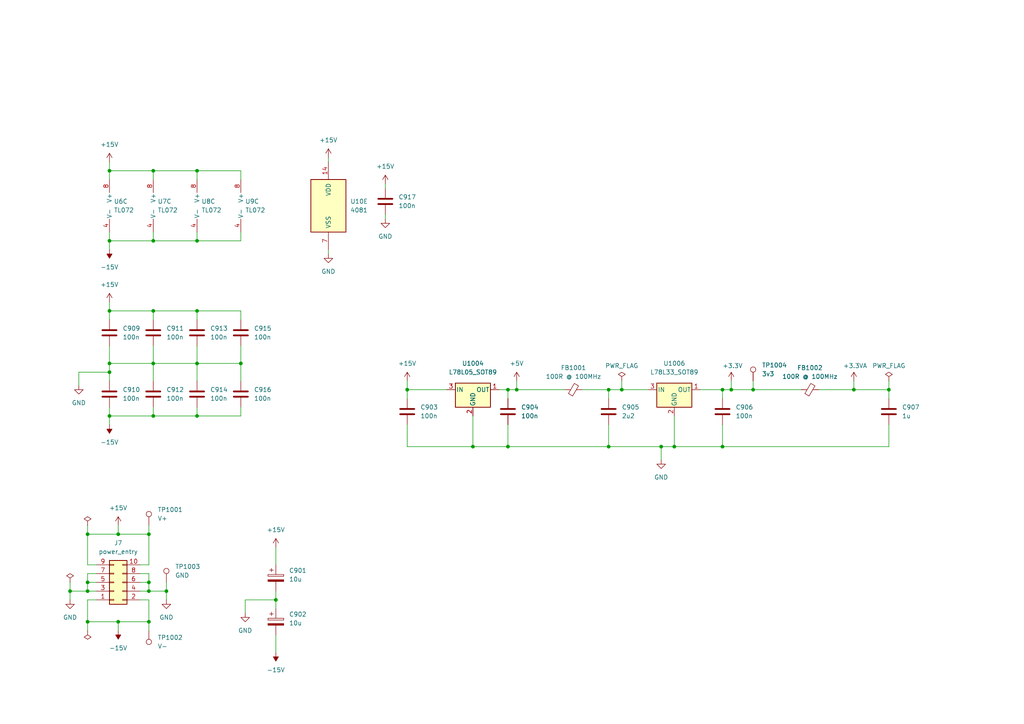
<source format=kicad_sch>
(kicad_sch (version 20230121) (generator eeschema)
  (paper "A4")
  (title_block (title "Josh Ox Ribbon Synth Ribbon board") (date "2023-03-10") (rev "1.0") (comment 1 "creativecommons.org/licences/by/4.0") (comment 2 "license: CC by 4.0") (comment 3 "Author: Jordan Aceto"))
  (lib_symbols
    (symbol "4xxx:4081" (pin_names (offset 1.016))
      (property "Reference" "U" (at 0 1.27 0))
      (property "Value" "4081" (at 0 -1.27 0))
      (symbol "4081_1_1"
        (arc (start 0 -3.81) (mid 3.7934 0) (end 0 3.81) (stroke (width 0.254)) (fill (type background)))
        (polyline (pts (xy 0 3.81) (xy -3.81 3.81) (xy -3.81 -3.81) (xy 0 -3.81)) (stroke (width 0.254)) (fill (type background)))
        (pin input line (at -7.62 2.54 0) (length 3.81) (name "~") (number "1"))
        (pin input line (at -7.62 -2.54 0) (length 3.81) (name "~") (number "2"))
        (pin output line (at 7.62 0 180) (length 3.81) (name "~") (number "3"))
      )
      (symbol "4081_1_2"
        (arc (start -3.81 -3.81) (mid -2.589 0) (end -3.81 3.81) (stroke (width 0.254)))
        (arc (start -0.6096 -3.81) (mid 2.1842 -2.5851) (end 3.81 0) (stroke (width 0.254)) (fill (type background)))
        (polyline (pts (xy -3.81 -3.81) (xy -0.635 -3.81)) (stroke (width 0.254)) (fill (type background)))
        (polyline (pts (xy -3.81 3.81) (xy -0.635 3.81)) (stroke (width 0.254)) (fill (type background)))
        (polyline (pts (xy -0.635 3.81) (xy -3.81 3.81) (xy -3.81 3.81) (xy -3.556 3.4036) (xy -3.0226 2.2606) (xy -2.6924 1.0414) (xy -2.6162 -0.254) (xy -2.7686 -1.4986) (xy -3.175 -2.7178) (xy -3.81 -3.81) (xy -3.81 -3.81) (xy -0.635 -3.81)) (stroke (width -25.4)) (fill (type background)))
        (arc (start 3.81 0) (mid 2.1915 2.5936) (end -0.6096 3.81) (stroke (width 0.254)) (fill (type background)))
        (pin input inverted (at -7.62 2.54 0) (length 4.318) (name "~") (number "1"))
        (pin input inverted (at -7.62 -2.54 0) (length 4.318) (name "~") (number "2"))
        (pin output inverted (at 7.62 0 180) (length 3.81) (name "~") (number "3"))
      )
      (symbol "4081_2_1"
        (arc (start 0 -3.81) (mid 3.7934 0) (end 0 3.81) (stroke (width 0.254)) (fill (type background)))
        (polyline (pts (xy 0 3.81) (xy -3.81 3.81) (xy -3.81 -3.81) (xy 0 -3.81)) (stroke (width 0.254)) (fill (type background)))
        (pin output line (at 7.62 0 180) (length 3.81) (name "~") (number "4"))
        (pin input line (at -7.62 2.54 0) (length 3.81) (name "~") (number "5"))
        (pin input line (at -7.62 -2.54 0) (length 3.81) (name "~") (number "6"))
      )
      (symbol "4081_2_2"
        (arc (start -3.81 -3.81) (mid -2.589 0) (end -3.81 3.81) (stroke (width 0.254)))
        (arc (start -0.6096 -3.81) (mid 2.1842 -2.5851) (end 3.81 0) (stroke (width 0.254)) (fill (type background)))
        (polyline (pts (xy -3.81 -3.81) (xy -0.635 -3.81)) (stroke (width 0.254)) (fill (type background)))
        (polyline (pts (xy -3.81 3.81) (xy -0.635 3.81)) (stroke (width 0.254)) (fill (type background)))
        (polyline (pts (xy -0.635 3.81) (xy -3.81 3.81) (xy -3.81 3.81) (xy -3.556 3.4036) (xy -3.0226 2.2606) (xy -2.6924 1.0414) (xy -2.6162 -0.254) (xy -2.7686 -1.4986) (xy -3.175 -2.7178) (xy -3.81 -3.81) (xy -3.81 -3.81) (xy -0.635 -3.81)) (stroke (width -25.4)) (fill (type background)))
        (arc (start 3.81 0) (mid 2.1915 2.5936) (end -0.6096 3.81) (stroke (width 0.254)) (fill (type background)))
        (pin output inverted (at 7.62 0 180) (length 3.81) (name "~") (number "4"))
        (pin input inverted (at -7.62 2.54 0) (length 4.318) (name "~") (number "5"))
        (pin input inverted (at -7.62 -2.54 0) (length 4.318) (name "~") (number "6"))
      )
      (symbol "4081_3_1"
        (arc (start 0 -3.81) (mid 3.7934 0) (end 0 3.81) (stroke (width 0.254)) (fill (type background)))
        (polyline (pts (xy 0 3.81) (xy -3.81 3.81) (xy -3.81 -3.81) (xy 0 -3.81)) (stroke (width 0.254)) (fill (type background)))
        (pin output line (at 7.62 0 180) (length 3.81) (name "~") (number "10"))
        (pin input line (at -7.62 2.54 0) (length 3.81) (name "~") (number "8"))
        (pin input line (at -7.62 -2.54 0) (length 3.81) (name "~") (number "9"))
      )
      (symbol "4081_3_2"
        (arc (start -3.81 -3.81) (mid -2.589 0) (end -3.81 3.81) (stroke (width 0.254)))
        (arc (start -0.6096 -3.81) (mid 2.1842 -2.5851) (end 3.81 0) (stroke (width 0.254)) (fill (type background)))
        (polyline (pts (xy -3.81 -3.81) (xy -0.635 -3.81)) (stroke (width 0.254)) (fill (type background)))
        (polyline (pts (xy -3.81 3.81) (xy -0.635 3.81)) (stroke (width 0.254)) (fill (type background)))
        (polyline (pts (xy -0.635 3.81) (xy -3.81 3.81) (xy -3.81 3.81) (xy -3.556 3.4036) (xy -3.0226 2.2606) (xy -2.6924 1.0414) (xy -2.6162 -0.254) (xy -2.7686 -1.4986) (xy -3.175 -2.7178) (xy -3.81 -3.81) (xy -3.81 -3.81) (xy -0.635 -3.81)) (stroke (width -25.4)) (fill (type background)))
        (arc (start 3.81 0) (mid 2.1915 2.5936) (end -0.6096 3.81) (stroke (width 0.254)) (fill (type background)))
        (pin output inverted (at 7.62 0 180) (length 3.81) (name "~") (number "10"))
        (pin input inverted (at -7.62 2.54 0) (length 4.318) (name "~") (number "8"))
        (pin input inverted (at -7.62 -2.54 0) (length 4.318) (name "~") (number "9"))
      )
      (symbol "4081_4_1"
        (arc (start 0 -3.81) (mid 3.7934 0) (end 0 3.81) (stroke (width 0.254)) (fill (type background)))
        (polyline (pts (xy 0 3.81) (xy -3.81 3.81) (xy -3.81 -3.81) (xy 0 -3.81)) (stroke (width 0.254)) (fill (type background)))
        (pin output line (at 7.62 0 180) (length 3.81) (name "~") (number "11"))
        (pin input line (at -7.62 2.54 0) (length 3.81) (name "~") (number "12"))
        (pin input line (at -7.62 -2.54 0) (length 3.81) (name "~") (number "13"))
      )
      (symbol "4081_4_2"
        (arc (start -3.81 -3.81) (mid -2.589 0) (end -3.81 3.81) (stroke (width 0.254)))
        (arc (start -0.6096 -3.81) (mid 2.1842 -2.5851) (end 3.81 0) (stroke (width 0.254)) (fill (type background)))
        (polyline (pts (xy -3.81 -3.81) (xy -0.635 -3.81)) (stroke (width 0.254)) (fill (type background)))
        (polyline (pts (xy -3.81 3.81) (xy -0.635 3.81)) (stroke (width 0.254)) (fill (type background)))
        (polyline (pts (xy -0.635 3.81) (xy -3.81 3.81) (xy -3.81 3.81) (xy -3.556 3.4036) (xy -3.0226 2.2606) (xy -2.6924 1.0414) (xy -2.6162 -0.254) (xy -2.7686 -1.4986) (xy -3.175 -2.7178) (xy -3.81 -3.81) (xy -3.81 -3.81) (xy -0.635 -3.81)) (stroke (width -25.4)) (fill (type background)))
        (arc (start 3.81 0) (mid 2.1915 2.5936) (end -0.6096 3.81) (stroke (width 0.254)) (fill (type background)))
        (pin output inverted (at 7.62 0 180) (length 3.81) (name "~") (number "11"))
        (pin input inverted (at -7.62 2.54 0) (length 4.318) (name "~") (number "12"))
        (pin input inverted (at -7.62 -2.54 0) (length 4.318) (name "~") (number "13"))
      )
      (symbol "4081_5_0"
        (pin power_in line (at 0 12.7 270) (length 5.08) (name "VDD") (number "14"))
        (pin power_in line (at 0 -12.7 90) (length 5.08) (name "VSS") (number "7"))
      )
      (symbol "4081_5_1"
        (rectangle (start -5.08 7.62) (end 5.08 -7.62) (stroke (width 0.254)) (fill (type background)))
      )
    )
    (symbol "Amplifier_Operational:TL072" (pin_names (offset 0.127))
      (property "Reference" "U" (at 0 5.08 0))
      (property "Value" "TL072" (at 0 -5.08 0))
      (symbol "TL072_1_1"
        (polyline (pts (xy -5.08 5.08) (xy 5.08 0) (xy -5.08 -5.08) (xy -5.08 5.08)) (stroke (width 0.254)) (fill (type background)))
        (pin output line (at 7.62 0 180) (length 2.54) (name "~") (number "1"))
        (pin input line (at -7.62 -2.54 0) (length 2.54) (name "-") (number "2"))
        (pin input line (at -7.62 2.54 0) (length 2.54) (name "+") (number "3"))
      )
      (symbol "TL072_2_1"
        (polyline (pts (xy -5.08 5.08) (xy 5.08 0) (xy -5.08 -5.08) (xy -5.08 5.08)) (stroke (width 0.254)) (fill (type background)))
        (pin input line (at -7.62 2.54 0) (length 2.54) (name "+") (number "5"))
        (pin input line (at -7.62 -2.54 0) (length 2.54) (name "-") (number "6"))
        (pin output line (at 7.62 0 180) (length 2.54) (name "~") (number "7"))
      )
      (symbol "TL072_3_1"
        (pin power_in line (at -2.54 -7.62 90) (length 3.81) (name "V-") (number "4"))
        (pin power_in line (at -2.54 7.62 270) (length 3.81) (name "V+") (number "8"))
      )
    )
    (symbol "Connector:TestPoint" (pin_numbers hide) (pin_names (offset 0.762) hide)
      (property "Reference" "TP" (at 0 6.858 0))
      (property "Value" "TestPoint" (at 0 5.08 0))
      (symbol "TestPoint_0_1"
        (circle (center 0 3.302) (radius 0.762))
      )
      (symbol "TestPoint_1_1"
        (pin passive line (at 0 0 90) (length 2.54) (name "1") (number "1"))
      )
    )
    (symbol "Connector_Generic:Conn_02x05_Odd_Even" (pin_names (offset 1.016) hide)
      (property "Reference" "J" (at 1.27 7.62 0))
      (property "Value" "Conn_02x05_Odd_Even" (at 1.27 -7.62 0))
      (symbol "Conn_02x05_Odd_Even_1_1"
        (rectangle (start -1.27 -4.953) (end 0 -5.207) (stroke (width 0.1524)))
        (rectangle (start -1.27 -2.413) (end 0 -2.667) (stroke (width 0.1524)))
        (rectangle (start -1.27 0.127) (end 0 -0.127) (stroke (width 0.1524)))
        (rectangle (start -1.27 2.667) (end 0 2.413) (stroke (width 0.1524)))
        (rectangle (start -1.27 5.207) (end 0 4.953) (stroke (width 0.1524)))
        (rectangle (start -1.27 6.35) (end 3.81 -6.35) (stroke (width 0.254)) (fill (type background)))
        (rectangle (start 3.81 -4.953) (end 2.54 -5.207) (stroke (width 0.1524)))
        (rectangle (start 3.81 -2.413) (end 2.54 -2.667) (stroke (width 0.1524)))
        (rectangle (start 3.81 0.127) (end 2.54 -0.127) (stroke (width 0.1524)))
        (rectangle (start 3.81 2.667) (end 2.54 2.413) (stroke (width 0.1524)))
        (rectangle (start 3.81 5.207) (end 2.54 4.953) (stroke (width 0.1524)))
        (pin passive line (at -5.08 5.08 0) (length 3.81) (name "Pin_1") (number "1"))
        (pin passive line (at 7.62 -5.08 180) (length 3.81) (name "Pin_10") (number "10"))
        (pin passive line (at 7.62 5.08 180) (length 3.81) (name "Pin_2") (number "2"))
        (pin passive line (at -5.08 2.54 0) (length 3.81) (name "Pin_3") (number "3"))
        (pin passive line (at 7.62 2.54 180) (length 3.81) (name "Pin_4") (number "4"))
        (pin passive line (at -5.08 0 0) (length 3.81) (name "Pin_5") (number "5"))
        (pin passive line (at 7.62 0 180) (length 3.81) (name "Pin_6") (number "6"))
        (pin passive line (at -5.08 -2.54 0) (length 3.81) (name "Pin_7") (number "7"))
        (pin passive line (at 7.62 -2.54 180) (length 3.81) (name "Pin_8") (number "8"))
        (pin passive line (at -5.08 -5.08 0) (length 3.81) (name "Pin_9") (number "9"))
      )
    )
    (symbol "Device:C" (pin_numbers hide) (pin_names (offset 0.254))
      (property "Reference" "C" (at 0.635 2.54 0))
      (property "Value" "C" (at 0.635 -2.54 0))
      (symbol "C_0_1"
        (polyline (pts (xy -2.032 -0.762) (xy 2.032 -0.762)) (stroke (width 0.508)))
        (polyline (pts (xy -2.032 0.762) (xy 2.032 0.762)) (stroke (width 0.508)))
      )
      (symbol "C_1_1"
        (pin passive line (at 0 3.81 270) (length 2.794) (name "~") (number "1"))
        (pin passive line (at 0 -3.81 90) (length 2.794) (name "~") (number "2"))
      )
    )
    (symbol "Device:C_Polarized" (pin_numbers hide) (pin_names (offset 0.254))
      (property "Reference" "C" (at 0.635 2.54 0))
      (property "Value" "C_Polarized" (at 0.635 -2.54 0))
      (symbol "C_Polarized_0_1"
        (rectangle (start -2.286 0.508) (end 2.286 1.016))
        (polyline (pts (xy -1.778 2.286) (xy -0.762 2.286)))
        (polyline (pts (xy -1.27 2.794) (xy -1.27 1.778)))
        (rectangle (start 2.286 -0.508) (end -2.286 -1.016) (fill (type outline)))
      )
      (symbol "C_Polarized_1_1"
        (pin passive line (at 0 3.81 270) (length 2.794) (name "~") (number "1"))
        (pin passive line (at 0 -3.81 90) (length 2.794) (name "~") (number "2"))
      )
    )
    (symbol "Device:FerriteBead_Small" (pin_numbers hide) (pin_names (offset 0))
      (property "Reference" "FB" (at 1.905 1.27 0))
      (property "Value" "FerriteBead_Small" (at 1.905 -1.27 0))
      (symbol "FerriteBead_Small_0_1"
        (polyline (pts (xy 0 -1.27) (xy 0 -0.7874)))
        (polyline (pts (xy 0 0.889) (xy 0 1.2954)))
        (polyline (pts (xy -1.8288 0.2794) (xy -1.1176 1.4986) (xy 1.8288 -0.2032) (xy 1.1176 -1.4224) (xy -1.8288 0.2794)))
      )
      (symbol "FerriteBead_Small_1_1"
        (pin passive line (at 0 2.54 270) (length 1.27) (name "~") (number "1"))
        (pin passive line (at 0 -2.54 90) (length 1.27) (name "~") (number "2"))
      )
    )
    (symbol "Regulator_Linear:L78L05_SOT89" (pin_names (offset 0.254))
      (property "Reference" "U" (at -3.81 3.175 0))
      (property "Value" "L78L05_SOT89" (at -0.635 3.175 0))
      (symbol "L78L05_SOT89_0_1"
        (rectangle (start -5.08 1.905) (end 5.08 -5.08) (stroke (width 0.254)) (fill (type background)))
      )
      (symbol "L78L05_SOT89_1_1"
        (pin power_out line (at 7.62 0 180) (length 2.54) (name "OUT") (number "1"))
        (pin power_in line (at 0 -7.62 90) (length 2.54) (name "GND") (number "2"))
        (pin power_in line (at -7.62 0 0) (length 2.54) (name "IN") (number "3"))
      )
    )
    (symbol "Regulator_Linear:L78L33_SOT89" (pin_names (offset 0.254))
      (property "Reference" "U" (at -3.81 3.175 0))
      (property "Value" "L78L33_SOT89" (at -0.635 3.175 0))
      (symbol "L78L33_SOT89_0_1"
        (rectangle (start -5.08 1.905) (end 5.08 -5.08) (stroke (width 0.254)) (fill (type background)))
      )
      (symbol "L78L33_SOT89_1_1"
        (pin power_out line (at 7.62 0 180) (length 2.54) (name "OUT") (number "1"))
        (pin power_in line (at 0 -7.62 90) (length 2.54) (name "GND") (number "2"))
        (pin power_in line (at -7.62 0 0) (length 2.54) (name "IN") (number "3"))
      )
    )
    (symbol "power:+15V" (power) (pin_names (offset 0))
      (property "Value" "+15V" (at 0 3.556 0))
      (symbol "+15V_0_1"
        (polyline (pts (xy -0.762 1.27) (xy 0 2.54)))
        (polyline (pts (xy 0 0) (xy 0 2.54)))
        (polyline (pts (xy 0 2.54) (xy 0.762 1.27)))
      )
      (symbol "+15V_1_1"
        (pin power_in line (at 0 0 90) (length 0) hide (name "+15V") (number "1"))
      )
    )
    (symbol "power:+3.3V" (power) (pin_names (offset 0))
      (property "Value" "+3.3V" (at 0 3.556 0))
      (symbol "+3.3V_0_1"
        (polyline (pts (xy -0.762 1.27) (xy 0 2.54)))
        (polyline (pts (xy 0 0) (xy 0 2.54)))
        (polyline (pts (xy 0 2.54) (xy 0.762 1.27)))
      )
      (symbol "+3.3V_1_1"
        (pin power_in line (at 0 0 90) (length 0) hide (name "+3.3V") (number "1"))
      )
    )
    (symbol "power:+3.3VA" (power) (pin_names (offset 0))
      (property "Value" "+3.3VA" (at 0 3.556 0))
      (symbol "+3.3VA_0_1"
        (polyline (pts (xy -0.762 1.27) (xy 0 2.54)))
        (polyline (pts (xy 0 0) (xy 0 2.54)))
        (polyline (pts (xy 0 2.54) (xy 0.762 1.27)))
      )
      (symbol "+3.3VA_1_1"
        (pin power_in line (at 0 0 90) (length 0) hide (name "+3.3VA") (number "1"))
      )
    )
    (symbol "power:+5V" (power) (pin_names (offset 0))
      (property "Value" "+5V" (at 0 3.556 0))
      (symbol "+5V_0_1"
        (polyline (pts (xy -0.762 1.27) (xy 0 2.54)))
        (polyline (pts (xy 0 0) (xy 0 2.54)))
        (polyline (pts (xy 0 2.54) (xy 0.762 1.27)))
      )
      (symbol "+5V_1_1"
        (pin power_in line (at 0 0 90) (length 0) hide (name "+5V") (number "1"))
      )
    )
    (symbol "power:-15V" (power) (pin_names (offset 0))
      (property "Value" "-15V" (at 0 3.81 0))
      (symbol "-15V_0_0"
        (pin power_in line (at 0 0 90) (length 0) hide (name "-15V") (number "1"))
      )
      (symbol "-15V_0_1"
        (polyline (pts (xy 0 0) (xy 0 1.27) (xy 0.762 1.27) (xy 0 2.54) (xy -0.762 1.27) (xy 0 1.27)) (fill (type outline)))
      )
    )
    (symbol "power:GND" (power) (pin_names (offset 0))
      (property "Value" "GND" (at 0 -3.81 0))
      (symbol "GND_0_1"
        (polyline (pts (xy 0 0) (xy 0 -1.27) (xy 1.27 -1.27) (xy 0 -2.54) (xy -1.27 -1.27) (xy 0 -1.27)))
      )
      (symbol "GND_1_1"
        (pin power_in line (at 0 0 270) (length 0) hide (name "GND") (number "1"))
      )
    )
    (symbol "power:PWR_FLAG" (power) (pin_numbers hide) (pin_names (offset 0) hide)
      (property "Value" "PWR_FLAG" (at 0 3.81 0))
      (symbol "PWR_FLAG_0_0"
        (pin power_out line (at 0 0 90) (length 0) (name "pwr") (number "1"))
      )
      (symbol "PWR_FLAG_0_1"
        (polyline (pts (xy 0 0) (xy 0 1.27) (xy -1.016 1.905) (xy 0 2.54) (xy 1.016 1.905) (xy 0 1.27)))
      )
    )
  )
  (junction (at 25.4 180.34))
  (junction (at 44.45 49.53))
  (junction (at 180.34 113.03))
  (junction (at 20.32 171.45))
  (junction (at 31.75 120.65))
  (junction (at 176.53 129.54))
  (junction (at 147.32 129.54))
  (junction (at 257.81 113.03))
  (junction (at 25.4 171.45))
  (junction (at 25.4 154.94))
  (junction (at 44.45 90.17))
  (junction (at 57.15 49.53))
  (junction (at 44.45 120.65))
  (junction (at 31.75 107.95))
  (junction (at 209.55 113.03))
  (junction (at 34.29 154.94))
  (junction (at 48.26 171.45))
  (junction (at 69.85 105.41))
  (junction (at 25.4 168.91))
  (junction (at 247.65 113.03))
  (junction (at 43.18 168.91))
  (junction (at 57.15 105.41))
  (junction (at 31.75 90.17))
  (junction (at 147.32 113.03))
  (junction (at 212.09 113.03))
  (junction (at 218.44 113.03))
  (junction (at 149.86 113.03))
  (junction (at 80.01 173.99))
  (junction (at 118.11 113.03))
  (junction (at 57.15 69.85))
  (junction (at 57.15 90.17))
  (junction (at 31.75 105.41))
  (junction (at 44.45 105.41))
  (junction (at 191.77 129.54))
  (junction (at 195.58 129.54))
  (junction (at 209.55 129.54))
  (junction (at 34.29 180.34))
  (junction (at 44.45 69.85))
  (junction (at 31.75 49.53))
  (junction (at 43.18 154.94))
  (junction (at 137.16 129.54))
  (junction (at 43.18 180.34))
  (junction (at 176.53 113.03))
  (junction (at 31.75 69.85))
  (junction (at 57.15 120.65))
  (junction (at 43.18 171.45))
  (wire (pts (xy 191.77 133.35) (xy 191.77 129.54)))
  (wire (pts (xy 40.64 168.91) (xy 43.18 168.91)))
  (wire (pts (xy 209.55 113.03) (xy 212.09 113.03)))
  (wire (pts (xy 44.45 69.85) (xy 31.75 69.85)))
  (wire (pts (xy 257.81 110.49) (xy 257.81 113.03)))
  (wire (pts (xy 57.15 49.53) (xy 44.45 49.53)))
  (wire (pts (xy 25.4 168.91) (xy 27.94 168.91)))
  (wire (pts (xy 43.18 154.94) (xy 34.29 154.94)))
  (wire (pts (xy 257.81 129.54) (xy 257.81 123.19)))
  (wire (pts (xy 40.64 163.83) (xy 43.18 163.83)))
  (wire (pts (xy 118.11 110.49) (xy 118.11 113.03)))
  (wire (pts (xy 34.29 180.34) (xy 43.18 180.34)))
  (wire (pts (xy 180.34 110.49) (xy 180.34 113.03)))
  (wire (pts (xy 44.45 49.53) (xy 31.75 49.53)))
  (wire (pts (xy 57.15 67.31) (xy 57.15 69.85)))
  (wire (pts (xy 25.4 168.91) (xy 25.4 171.45)))
  (wire (pts (xy 27.94 173.99) (xy 25.4 173.99)))
  (wire (pts (xy 57.15 105.41) (xy 69.85 105.41)))
  (wire (pts (xy 31.75 100.33) (xy 31.75 105.41)))
  (wire (pts (xy 43.18 171.45) (xy 43.18 168.91)))
  (wire (pts (xy 69.85 69.85) (xy 57.15 69.85)))
  (wire (pts (xy 20.32 168.91) (xy 20.32 171.45)))
  (wire (pts (xy 25.4 166.37) (xy 27.94 166.37)))
  (wire (pts (xy 247.65 113.03) (xy 247.65 110.49)))
  (wire (pts (xy 147.32 129.54) (xy 147.32 123.19)))
  (wire (pts (xy 25.4 154.94) (xy 25.4 163.83)))
  (wire (pts (xy 69.85 90.17) (xy 69.85 92.71)))
  (wire (pts (xy 147.32 129.54) (xy 137.16 129.54)))
  (wire (pts (xy 22.86 111.76) (xy 22.86 107.95)))
  (wire (pts (xy 209.55 129.54) (xy 209.55 123.19)))
  (wire (pts (xy 57.15 69.85) (xy 44.45 69.85)))
  (wire (pts (xy 43.18 152.4) (xy 43.18 154.94)))
  (wire (pts (xy 25.4 152.4) (xy 25.4 154.94)))
  (wire (pts (xy 31.75 105.41) (xy 31.75 107.95)))
  (wire (pts (xy 195.58 129.54) (xy 209.55 129.54)))
  (wire (pts (xy 80.01 158.75) (xy 80.01 163.83)))
  (wire (pts (xy 20.32 171.45) (xy 25.4 171.45)))
  (wire (pts (xy 118.11 129.54) (xy 118.11 123.19)))
  (wire (pts (xy 71.12 173.99) (xy 80.01 173.99)))
  (wire (pts (xy 31.75 46.99) (xy 31.75 49.53)))
  (wire (pts (xy 80.01 184.15) (xy 80.01 189.23)))
  (wire (pts (xy 31.75 87.63) (xy 31.75 90.17)))
  (wire (pts (xy 44.45 49.53) (xy 44.45 52.07)))
  (wire (pts (xy 25.4 166.37) (xy 25.4 168.91)))
  (wire (pts (xy 57.15 120.65) (xy 69.85 120.65)))
  (wire (pts (xy 44.45 110.49) (xy 44.45 105.41)))
  (wire (pts (xy 212.09 113.03) (xy 218.44 113.03)))
  (wire (pts (xy 44.45 90.17) (xy 57.15 90.17)))
  (wire (pts (xy 209.55 113.03) (xy 203.2 113.03)))
  (wire (pts (xy 209.55 115.57) (xy 209.55 113.03)))
  (wire (pts (xy 118.11 115.57) (xy 118.11 113.03)))
  (wire (pts (xy 31.75 107.95) (xy 31.75 110.49)))
  (wire (pts (xy 43.18 180.34) (xy 43.18 173.99)))
  (wire (pts (xy 34.29 180.34) (xy 34.29 182.88)))
  (wire (pts (xy 176.53 113.03) (xy 180.34 113.03)))
  (wire (pts (xy 69.85 49.53) (xy 69.85 52.07)))
  (wire (pts (xy 31.75 90.17) (xy 31.75 92.71)))
  (wire (pts (xy 149.86 113.03) (xy 163.83 113.03)))
  (wire (pts (xy 180.34 113.03) (xy 187.96 113.03)))
  (wire (pts (xy 27.94 171.45) (xy 25.4 171.45)))
  (wire (pts (xy 48.26 168.91) (xy 48.26 171.45)))
  (wire (pts (xy 31.75 69.85) (xy 31.75 67.31)))
  (wire (pts (xy 191.77 129.54) (xy 195.58 129.54)))
  (wire (pts (xy 22.86 107.95) (xy 31.75 107.95)))
  (wire (pts (xy 34.29 154.94) (xy 25.4 154.94)))
  (wire (pts (xy 44.45 67.31) (xy 44.45 69.85)))
  (wire (pts (xy 218.44 110.49) (xy 218.44 113.03)))
  (wire (pts (xy 48.26 171.45) (xy 43.18 171.45)))
  (wire (pts (xy 43.18 173.99) (xy 40.64 173.99)))
  (wire (pts (xy 257.81 115.57) (xy 257.81 113.03)))
  (wire (pts (xy 80.01 171.45) (xy 80.01 173.99)))
  (wire (pts (xy 71.12 177.8) (xy 71.12 173.99)))
  (wire (pts (xy 111.76 62.23) (xy 111.76 63.5)))
  (wire (pts (xy 57.15 100.33) (xy 57.15 105.41)))
  (wire (pts (xy 40.64 171.45) (xy 43.18 171.45)))
  (wire (pts (xy 111.76 53.34) (xy 111.76 54.61)))
  (wire (pts (xy 176.53 129.54) (xy 147.32 129.54)))
  (wire (pts (xy 44.45 105.41) (xy 44.45 100.33)))
  (wire (pts (xy 247.65 113.03) (xy 257.81 113.03)))
  (wire (pts (xy 25.4 173.99) (xy 25.4 180.34)))
  (wire (pts (xy 69.85 118.11) (xy 69.85 120.65)))
  (wire (pts (xy 44.45 120.65) (xy 44.45 118.11)))
  (wire (pts (xy 176.53 113.03) (xy 168.91 113.03)))
  (wire (pts (xy 137.16 129.54) (xy 137.16 120.65)))
  (wire (pts (xy 40.64 166.37) (xy 43.18 166.37)))
  (wire (pts (xy 69.85 67.31) (xy 69.85 69.85)))
  (wire (pts (xy 57.15 90.17) (xy 69.85 90.17)))
  (wire (pts (xy 43.18 182.88) (xy 43.18 180.34)))
  (wire (pts (xy 25.4 163.83) (xy 27.94 163.83)))
  (wire (pts (xy 95.25 45.72) (xy 95.25 46.99)))
  (wire (pts (xy 95.25 72.39) (xy 95.25 73.66)))
  (wire (pts (xy 237.49 113.03) (xy 247.65 113.03)))
  (wire (pts (xy 69.85 49.53) (xy 57.15 49.53)))
  (wire (pts (xy 20.32 173.99) (xy 20.32 171.45)))
  (wire (pts (xy 176.53 123.19) (xy 176.53 129.54)))
  (wire (pts (xy 31.75 69.85) (xy 31.75 72.39)))
  (wire (pts (xy 44.45 105.41) (xy 57.15 105.41)))
  (wire (pts (xy 69.85 105.41) (xy 69.85 110.49)))
  (wire (pts (xy 69.85 100.33) (xy 69.85 105.41)))
  (wire (pts (xy 176.53 129.54) (xy 191.77 129.54)))
  (wire (pts (xy 57.15 118.11) (xy 57.15 120.65)))
  (wire (pts (xy 48.26 173.99) (xy 48.26 171.45)))
  (wire (pts (xy 149.86 110.49) (xy 149.86 113.03)))
  (wire (pts (xy 195.58 120.65) (xy 195.58 129.54)))
  (wire (pts (xy 25.4 180.34) (xy 34.29 180.34)))
  (wire (pts (xy 43.18 163.83) (xy 43.18 154.94)))
  (wire (pts (xy 31.75 49.53) (xy 31.75 52.07)))
  (wire (pts (xy 218.44 113.03) (xy 232.41 113.03)))
  (wire (pts (xy 44.45 90.17) (xy 31.75 90.17)))
  (wire (pts (xy 31.75 120.65) (xy 44.45 120.65)))
  (wire (pts (xy 147.32 115.57) (xy 147.32 113.03)))
  (wire (pts (xy 34.29 152.4) (xy 34.29 154.94)))
  (wire (pts (xy 43.18 168.91) (xy 43.18 166.37)))
  (wire (pts (xy 147.32 113.03) (xy 149.86 113.03)))
  (wire (pts (xy 31.75 120.65) (xy 31.75 123.19)))
  (wire (pts (xy 44.45 120.65) (xy 57.15 120.65)))
  (wire (pts (xy 44.45 92.71) (xy 44.45 90.17)))
  (wire (pts (xy 212.09 110.49) (xy 212.09 113.03)))
  (wire (pts (xy 31.75 118.11) (xy 31.75 120.65)))
  (wire (pts (xy 57.15 49.53) (xy 57.15 52.07)))
  (wire (pts (xy 209.55 129.54) (xy 257.81 129.54)))
  (wire (pts (xy 57.15 90.17) (xy 57.15 92.71)))
  (wire (pts (xy 80.01 173.99) (xy 80.01 176.53)))
  (wire (pts (xy 144.78 113.03) (xy 147.32 113.03)))
  (wire (pts (xy 25.4 182.88) (xy 25.4 180.34)))
  (wire (pts (xy 118.11 129.54) (xy 137.16 129.54)))
  (wire (pts (xy 57.15 105.41) (xy 57.15 110.49)))
  (wire (pts (xy 118.11 113.03) (xy 129.54 113.03)))
  (wire (pts (xy 176.53 115.57) (xy 176.53 113.03)))
  (wire (pts (xy 44.45 105.41) (xy 31.75 105.41)))
  (symbol (lib_id "power:GND") (at 111.76 63.5 0) (unit 1)
    (property "Reference" "#PWR01018" (effects hide))
    (property "Value" "GND" (at 111.76 68.58 0))
  )
  (symbol (lib_id "Device:C") (at 147.32 119.38 0) (unit 1)
    (property "Reference" "C904" (at 151.13 118.1099 0) (effects (justify left)))
    (property "Value" "100n" (at 151.13 120.6499 0) (effects (justify left)))
    (property "Footprint" "Capacitor_SMD:C_0603_1608Metric" (effects hide))
  )
  (symbol (lib_id "Device:C_Polarized") (at 80.01 167.64 0) (unit 1)
    (property "Reference" "C901" (at 83.82 165.4809 0) (effects (justify left)))
    (property "Value" "10u" (at 83.82 168.0209 0) (effects (justify left)))
    (property "Footprint" "Capacitor_THT:CP_Radial_D6.3mm_P2.50mm" (effects hide))
  )
  (symbol (lib_id "Connector:TestPoint") (at 43.18 182.88 180) (unit 1) (in_bom no)
    (property "Reference" "TP1002" (at 45.72 184.9119 0) (effects (justify right)))
    (property "Value" "V-" (at 45.72 187.4519 0) (effects (justify right)))
    (property "Footprint" "TestPoint:TestPoint_Keystone_5000-5004_Miniature" (effects hide))
  )
  (symbol (lib_id "power:-15V") (at 31.75 123.19 180) (unit 1)
    (property "Reference" "#PWR01006" (effects hide))
    (property "Value" "-15V" (at 31.75 128.27 0))
  )
  (symbol (lib_id "power:+15V") (at 111.76 53.34 0) (unit 1)
    (property "Reference" "#PWR01017" (effects hide))
    (property "Value" "+15V" (at 111.76 48.26 0))
  )
  (symbol (lib_id "Amplifier_Operational:TL072") (at 59.69 59.69 0) (unit 3)
    (property "Reference" "U8" (at 58.42 58.42 0) (effects (justify left)))
    (property "Value" "TL072" (at 58.42 60.96 0) (effects (justify left)))
    (property "Footprint" "Package_SO:SOIC-8_3.9x4.9mm_P1.27mm" (effects hide))
    (property "Datasheet" "http://www.ti.com/lit/ds/symlink/tl071.pdf" (effects hide))
  )
  (symbol (lib_id "Device:C") (at 176.53 119.38 0) (unit 1)
    (property "Reference" "C905" (at 180.34 118.1099 0) (effects (justify left)))
    (property "Value" "2u2" (at 180.34 120.6499 0) (effects (justify left)))
    (property "Footprint" "Capacitor_SMD:C_0805_2012Metric" (effects hide))
  )
  (symbol (lib_id "Device:FerriteBead_Small") (at 234.95 113.03 90) (unit 1)
    (property "Reference" "FB1002" (at 234.9119 106.68 90))
    (property "Value" "100R @ 100MHz" (at 234.9119 109.22 90))
    (property "Footprint" "Inductor_SMD:L_0805_2012Metric" (effects hide))
  )
  (symbol (lib_id "power:-15V") (at 31.75 72.39 180) (unit 1)
    (property "Reference" "#PWR01004" (effects hide))
    (property "Value" "-15V" (at 31.75 77.47 0))
  )
  (symbol (lib_id "Device:C") (at 31.75 114.3 0) (unit 1)
    (property "Reference" "C910" (at 35.56 113.0299 0) (effects (justify left)))
    (property "Value" "100n" (at 35.56 115.5699 0) (effects (justify left)))
    (property "Footprint" "Capacitor_SMD:C_0603_1608Metric" (effects hide))
  )
  (symbol (lib_id "power:PWR_FLAG") (at 257.81 110.49 0) (unit 1)
    (property "Reference" "#FLG01005" (effects hide))
    (property "Value" "PWR_FLAG" (at 257.81 106.0958 0))
  )
  (symbol (lib_id "power:GND") (at 191.77 133.35 0) (unit 1)
    (property "Reference" "#PWR01019" (effects hide))
    (property "Value" "GND" (at 191.77 138.43 0))
  )
  (symbol (lib_id "power:-15V") (at 34.29 182.88 180) (unit 1)
    (property "Reference" "#PWR01008" (effects hide))
    (property "Value" "-15V" (at 34.29 187.96 0))
  )
  (symbol (lib_id "power:PWR_FLAG") (at 25.4 152.4 0) (unit 1)
    (property "Reference" "#FLG01002" (effects hide))
    (property "Value" "PWR_FLAG" (effects hide))
  )
  (symbol (lib_id "Device:C_Polarized") (at 80.01 180.34 0) (unit 1)
    (property "Reference" "C902" (at 83.82 178.1809 0) (effects (justify left)))
    (property "Value" "10u" (at 83.82 180.7209 0) (effects (justify left)))
    (property "Footprint" "Capacitor_THT:CP_Radial_D6.3mm_P2.50mm" (effects hide))
  )
  (symbol (lib_id "Connector:TestPoint") (at 218.44 110.49 0) (unit 1)
    (property "Reference" "TP1004" (at 220.98 105.9179 0) (effects (justify left)))
    (property "Value" "3v3" (at 220.98 108.4579 0) (effects (justify left)))
    (property "Footprint" "TestPoint:TestPoint_Keystone_5000-5004_Miniature" (effects hide))
  )
  (symbol (lib_id "Connector:TestPoint") (at 48.26 168.91 0) (unit 1) (in_bom no)
    (property "Reference" "TP1003" (at 50.8 164.3379 0) (effects (justify left)))
    (property "Value" "GND" (at 50.8 166.8779 0) (effects (justify left)))
    (property "Footprint" "TestPoint:TestPoint_Bridge_Pitch7.62mm_Drill1.3mm" (effects hide))
  )
  (symbol (lib_id "power:PWR_FLAG") (at 25.4 182.88 180) (unit 1)
    (property "Reference" "#FLG01003" (effects hide))
    (property "Value" "PWR_FLAG" (effects hide))
  )
  (symbol (lib_id "power:+15V") (at 34.29 152.4 0) (unit 1)
    (property "Reference" "#PWR01007" (effects hide))
    (property "Value" "+15V" (at 34.29 147.32 0))
  )
  (symbol (lib_id "Amplifier_Operational:TL072") (at 34.29 59.69 0) (unit 3)
    (property "Reference" "U6" (at 33.02 58.42 0) (effects (justify left)))
    (property "Value" "TL072" (at 33.02 60.96 0) (effects (justify left)))
    (property "Footprint" "Package_SO:SOIC-8_3.9x4.9mm_P1.27mm" (effects hide))
    (property "Datasheet" "http://www.ti.com/lit/ds/symlink/tl071.pdf" (effects hide))
  )
  (symbol (lib_id "Device:C") (at 118.11 119.38 0) (unit 1)
    (property "Reference" "C903" (at 121.92 118.1099 0) (effects (justify left)))
    (property "Value" "100n" (at 121.92 120.6499 0) (effects (justify left)))
    (property "Footprint" "Capacitor_SMD:C_0603_1608Metric" (effects hide))
  )
  (symbol (lib_id "Device:C") (at 69.85 114.3 0) (unit 1)
    (property "Reference" "C916" (at 73.66 113.0299 0) (effects (justify left)))
    (property "Value" "100n" (at 73.66 115.5699 0) (effects (justify left)))
    (property "Footprint" "Capacitor_SMD:C_0603_1608Metric" (effects hide))
  )
  (symbol (lib_id "Device:C") (at 57.15 114.3 0) (unit 1)
    (property "Reference" "C914" (at 60.96 113.0299 0) (effects (justify left)))
    (property "Value" "100n" (at 60.96 115.5699 0) (effects (justify left)))
    (property "Footprint" "Capacitor_SMD:C_0603_1608Metric" (effects hide))
  )
  (symbol (lib_id "power:PWR_FLAG") (at 20.32 168.91 0) (unit 1)
    (property "Reference" "#FLG01001" (effects hide))
    (property "Value" "PWR_FLAG" (effects hide))
  )
  (symbol (lib_id "power:+15V") (at 31.75 46.99 0) (unit 1)
    (property "Reference" "#PWR01003" (effects hide))
    (property "Value" "+15V" (at 31.75 41.91 0))
  )
  (symbol (lib_id "4xxx:4081") (at 95.25 59.69 0) (unit 5)
    (property "Reference" "U10" (at 101.6 58.42 0) (effects (justify left)))
    (property "Value" "4081" (at 101.6 60.96 0) (effects (justify left)))
    (property "Footprint" "Package_SO:SOIC-14_3.9x8.7mm_P1.27mm" (effects hide))
    (property "Datasheet" "http://www.intersil.com/content/dam/Intersil/documents/cd40/cd4073bms-81bms-82bms.pdf" (effects hide))
  )
  (symbol (lib_id "Amplifier_Operational:TL072") (at 46.99 59.69 0) (unit 3)
    (property "Reference" "U7" (at 45.72 58.42 0) (effects (justify left)))
    (property "Value" "TL072" (at 45.72 60.96 0) (effects (justify left)))
    (property "Footprint" "Package_SO:SOIC-8_3.9x4.9mm_P1.27mm" (effects hide))
    (property "Datasheet" "http://www.ti.com/lit/ds/symlink/tl071.pdf" (effects hide))
  )
  (symbol (lib_id "power:GND") (at 22.86 111.76 0) (unit 1)
    (property "Reference" "#PWR01002" (effects hide))
    (property "Value" "GND" (at 22.86 116.84 0))
  )
  (symbol (lib_id "power:-15V") (at 80.01 189.23 180) (unit 1)
    (property "Reference" "#PWR01012" (effects hide))
    (property "Value" "-15V" (at 80.01 194.31 0))
  )
  (symbol (lib_id "power:GND") (at 48.26 173.99 0) (unit 1)
    (property "Reference" "#PWR01009" (effects hide))
    (property "Value" "GND" (at 48.26 179.07 0))
  )
  (symbol (lib_id "Device:C") (at 44.45 114.3 0) (unit 1)
    (property "Reference" "C912" (at 48.26 113.0299 0) (effects (justify left)))
    (property "Value" "100n" (at 48.26 115.5699 0) (effects (justify left)))
    (property "Footprint" "Capacitor_SMD:C_0603_1608Metric" (effects hide))
  )
  (symbol (lib_id "Device:C") (at 31.75 96.52 0) (unit 1)
    (property "Reference" "C909" (at 35.56 95.2499 0) (effects (justify left)))
    (property "Value" "100n" (at 35.56 97.7899 0) (effects (justify left)))
    (property "Footprint" "Capacitor_SMD:C_0603_1608Metric" (effects hide))
  )
  (symbol (lib_id "Device:FerriteBead_Small") (at 166.37 113.03 90) (unit 1)
    (property "Reference" "FB1001" (at 166.3319 106.68 90))
    (property "Value" "100R @ 100MHz" (at 166.3319 109.22 90))
    (property "Footprint" "Inductor_SMD:L_0805_2012Metric" (effects hide))
  )
  (symbol (lib_id "Connector_Generic:Conn_02x05_Odd_Even") (at 33.02 168.91 0) (mirror x) (unit 1)
    (property "Reference" "J7" (at 34.29 157.48 0))
    (property "Value" "power_entry" (at 34.29 160.02 0))
    (property "Footprint" "Connector_IDC:IDC-Header_2x05_P2.54mm_Vertical" (effects hide))
  )
  (symbol (lib_id "Connector:TestPoint") (at 43.18 152.4 0) (unit 1) (in_bom no)
    (property "Reference" "TP1001" (at 45.72 147.8279 0) (effects (justify left)))
    (property "Value" "V+" (at 45.72 150.3679 0) (effects (justify left)))
    (property "Footprint" "TestPoint:TestPoint_Keystone_5000-5004_Miniature" (effects hide))
  )
  (symbol (lib_id "power:+5V") (at 149.86 110.49 0) (unit 1)
    (property "Reference" "#PWR01014" (effects hide))
    (property "Value" "+5V" (at 149.86 105.41 0))
  )
  (symbol (lib_id "Device:C") (at 257.81 119.38 0) (unit 1)
    (property "Reference" "C907" (at 261.62 118.1099 0) (effects (justify left)))
    (property "Value" "1u" (at 261.62 120.6499 0) (effects (justify left)))
    (property "Footprint" "Capacitor_SMD:C_0805_2012Metric" (effects hide))
  )
  (symbol (lib_id "Device:C") (at 69.85 96.52 0) (unit 1)
    (property "Reference" "C915" (at 73.66 95.2499 0) (effects (justify left)))
    (property "Value" "100n" (at 73.66 97.7899 0) (effects (justify left)))
    (property "Footprint" "Capacitor_SMD:C_0603_1608Metric" (effects hide))
  )
  (symbol (lib_id "Device:C") (at 57.15 96.52 0) (unit 1)
    (property "Reference" "C913" (at 60.96 95.2499 0) (effects (justify left)))
    (property "Value" "100n" (at 60.96 97.7899 0) (effects (justify left)))
    (property "Footprint" "Capacitor_SMD:C_0603_1608Metric" (effects hide))
  )
  (symbol (lib_id "power:+15V") (at 80.01 158.75 0) (unit 1)
    (property "Reference" "#PWR01011" (effects hide))
    (property "Value" "+15V" (at 80.01 153.67 0))
  )
  (symbol (lib_id "power:+15V") (at 31.75 87.63 0) (unit 1)
    (property "Reference" "#PWR01005" (effects hide))
    (property "Value" "+15V" (at 31.75 82.55 0))
  )
  (symbol (lib_id "power:GND") (at 20.32 173.99 0) (mirror y) (unit 1)
    (property "Reference" "#PWR01001" (effects hide))
    (property "Value" "GND" (at 20.32 179.07 0))
  )
  (symbol (lib_id "power:GND") (at 95.25 73.66 0) (unit 1)
    (property "Reference" "#PWR01016" (effects hide))
    (property "Value" "GND" (at 95.25 78.74 0))
  )
  (symbol (lib_id "Device:C") (at 209.55 119.38 0) (unit 1)
    (property "Reference" "C906" (at 213.36 118.1099 0) (effects (justify left)))
    (property "Value" "100n" (at 213.36 120.6499 0) (effects (justify left)))
    (property "Footprint" "Capacitor_SMD:C_0603_1608Metric" (effects hide))
  )
  (symbol (lib_id "power:+15V") (at 118.11 110.49 0) (unit 1)
    (property "Reference" "#PWR01013" (effects hide))
    (property "Value" "+15V" (at 118.11 105.41 0))
  )
  (symbol (lib_id "Regulator_Linear:L78L33_SOT89") (at 195.58 113.03 0) (unit 1)
    (property "Reference" "U1006" (at 195.58 105.41 0))
    (property "Value" "L78L33_SOT89" (at 195.58 107.95 0))
    (property "Footprint" "Package_TO_SOT_SMD:SOT-89-3" (effects hide))
    (property "Datasheet" "http://www.st.com/content/ccc/resource/technical/document/datasheet/15/55/e5/aa/23/5b/43/fd/CD00000446.pdf/files/CD00000446.pdf/jcr:content/translations/en.CD00000446.pdf" (effects hide))
  )
  (symbol (lib_id "Device:C") (at 111.76 58.42 0) (unit 1)
    (property "Reference" "C917" (at 115.57 57.1499 0) (effects (justify left)))
    (property "Value" "100n" (at 115.57 59.6899 0) (effects (justify left)))
    (property "Footprint" "Capacitor_SMD:C_0603_1608Metric" (effects hide))
  )
  (symbol (lib_id "power:+3.3VA") (at 247.65 110.49 0) (unit 1)
    (property "Reference" "#PWR01021" (effects hide))
    (property "Value" "+3.3VA" (at 248.031 106.0958 0))
  )
  (symbol (lib_id "power:+15V") (at 95.25 45.72 0) (unit 1)
    (property "Reference" "#PWR01015" (effects hide))
    (property "Value" "+15V" (at 95.25 40.64 0))
  )
  (symbol (lib_id "Device:C") (at 44.45 96.52 0) (unit 1)
    (property "Reference" "C911" (at 48.26 95.2499 0) (effects (justify left)))
    (property "Value" "100n" (at 48.26 97.7899 0) (effects (justify left)))
    (property "Footprint" "Capacitor_SMD:C_0603_1608Metric" (effects hide))
  )
  (symbol (lib_id "Regulator_Linear:L78L05_SOT89") (at 137.16 113.03 0) (unit 1)
    (property "Reference" "U1004" (at 137.16 105.41 0))
    (property "Value" "L78L05_SOT89" (at 137.16 107.95 0))
    (property "Footprint" "Package_TO_SOT_SMD:SOT-89-3" (effects hide))
    (property "Datasheet" "http://www.st.com/content/ccc/resource/technical/document/datasheet/15/55/e5/aa/23/5b/43/fd/CD00000446.pdf/files/CD00000446.pdf/jcr:content/translations/en.CD00000446.pdf" (effects hide))
  )
  (symbol (lib_id "Amplifier_Operational:TL072") (at 72.39 59.69 0) (unit 3)
    (property "Reference" "U9" (at 71.12 58.42 0) (effects (justify left)))
    (property "Value" "TL072" (at 71.12 60.96 0) (effects (justify left)))
    (property "Footprint" "Package_SO:SOIC-8_3.9x4.9mm_P1.27mm" (effects hide))
    (property "Datasheet" "http://www.ti.com/lit/ds/symlink/tl071.pdf" (effects hide))
  )
  (symbol (lib_id "power:GND") (at 71.12 177.8 0) (unit 1)
    (property "Reference" "#PWR01010" (effects hide))
    (property "Value" "GND" (at 71.12 182.88 0))
  )
  (symbol (lib_id "power:PWR_FLAG") (at 180.34 110.49 0) (unit 1)
    (property "Reference" "#FLG01004" (effects hide))
    (property "Value" "PWR_FLAG" (at 180.34 106.0958 0))
  )
  (symbol (lib_id "power:+3.3V") (at 212.09 110.49 0) (unit 1)
    (property "Reference" "#PWR01020" (effects hide))
    (property "Value" "+3.3V" (at 212.471 106.0958 0))
  )
)
</source>
